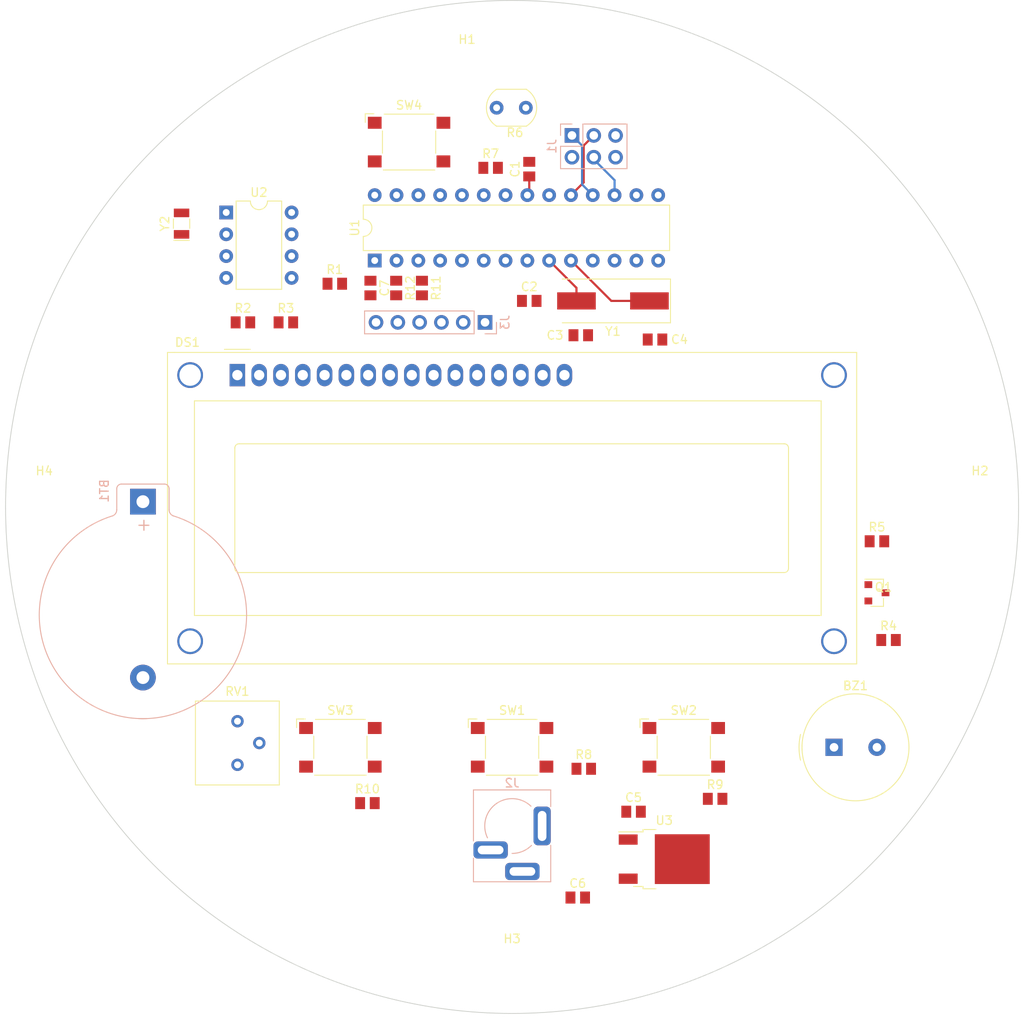
<source format=kicad_pcb>
(kicad_pcb (version 20211014) (generator pcbnew)
  (layers (0 "F.Cu" signal) (31 "B.Cu" signal) (34 "B.Paste" user) (35 "F.Paste" user) (36 "B.SilkS" user "B.Silkscreen") (37 "F.SilkS" user "F.Silkscreen") (38 "B.Mask" user) (39 "F.Mask" user) (44 "Edge.Cuts" user))
  (net 0 "")
  (net 1 "Net-(BT1-Pad1)")
  (net 2 "GND")
  (net 3 "Net-(BZ1-Pad2)")
  (net 4 "VCC")
  (net 5 "Net-(C1-Pad1)")
  (net 6 "Net-(C3-Pad1)")
  (net 7 "Net-(C4-Pad1)")
  (net 8 "Net-(C5-Pad1)")
  (net 9 "RESET")
  (net 10 "Net-(C7-Pad2)")
  (net 11 "PIN 13")
  (net 12 "PIN 12")
  (net 13 "PIN 11")
  (net 14 "PIN 10")
  (net 15 "NOT CONNECTED")
  (net 16 "PIN 6")
  (net 17 "PIN 4")
  (net 18 "Net-(DS1-Pad3)")
  (net 19 "MISO")
  (net 20 "LED_SCK")
  (net 21 "MOSI")
  (net 23 "Net-(J3-Pad5)")
  (net 24 "Net-(J3-Pad4)")
  (net 26 "SDA")
  (net 27 "BUZZER")
  (net 28 "LIGHT_SENSOR")
  (net 29 "BUTTON_DWN")
  (net 30 "BUTTON_SEL")
  (net 31 "BUTTON_UP")
  (net 32 "RXD")
  (net 33 "TXD")
  (net 41 "LCD_DATA_1")
  (net 42 "LCD_DATA_2")
  (net 43 "LCD_DATA_3")
  (net 44 "LCD_DATA_4")
  (net 46 "SCL")
  (net 47 "Net-(U2-Pad1)")
  (net 48 "Net-(U2-Pad2)")
  (net 50 "Net-(R5-Pad2)")
  (footprint "footprints:MountingHole_3.2mm_M3" (layer "F.Cu") (at 95.5 100)
    (fp_text reference "H4" (at 0 -4.2) (layer "F.SilkS"))
    (fp_text value "MountingHole")
    (pad "" np_thru_hole circle locked (at 0 0) (size 3.2 3.2) (drill 3.2) (layers *.Cu *.Mask))
  )
  (footprint "footprints:SW_SPST_Omron_B3FS-100xP" (layer "F.Cu") (at 138 57.5)
    (fp_text reference "SW4" (at 0 -4.3) (layer "F.SilkS"))
    (fp_text value "Omron_B3F_SPST")
    (fp_line (start 3 3.25) (end -3 3.25) (layer "F.SilkS") (width 0.12))
    (fp_line (start 2.9 -3.25) (end -2.9 -3.25) (layer "F.SilkS") (width 0.12))
    (fp_line (start -5.1 -2.3) (end -5.1 -3.3) (layer "F.SilkS") (width 0.12))
    (fp_line (start -5.1 -3.3) (end -4.1 -3.3) (layer "F.SilkS") (width 0.12))
    (fp_line (start 3.1 -1.3) (end 3.1 1.3) (layer "F.SilkS") (width 0.12))
    (fp_line (start -3.1 -1.3) (end -3.1 1.3) (layer "F.SilkS") (width 0.12))
    (pad "1" smd rect locked (at -4 -2.25 180) (size 1.6 1.4) (layers "F.Cu" "F.Paste" "F.Mask") (net 2 "GND"))
    (pad "2" smd rect locked (at 4 -2.25 180) (size 1.6 1.4) (layers "F.Cu" "F.Paste" "F.Mask") (net 2 "GND"))
    (pad "3" smd rect locked (at -4 2.25 180) (size 1.6 1.4) (layers "F.Cu" "F.Paste" "F.Mask") (net 9 "RESET"))
    (pad "4" smd rect locked (at 4 2.25 180) (size 1.6 1.4) (layers "F.Cu" "F.Paste" "F.Mask") (net 9 "RESET"))
  )
  (footprint "footprints:SW_SPST_Omron_B3FS-100xP" (layer "F.Cu") (at 150 128)
    (fp_text reference "SW1" (at 0 -4.3) (layer "F.SilkS"))
    (fp_text value "Omron_B3F_SPST")
    (fp_line (start 3 3.25) (end -3 3.25) (layer "F.SilkS") (width 0.12))
    (fp_line (start -3.1 -1.3) (end -3.1 1.3) (layer "F.SilkS") (width 0.12))
    (fp_line (start 2.9 -3.25) (end -2.9 -3.25) (layer "F.SilkS") (width 0.12))
    (fp_line (start -5.1 -2.3) (end -5.1 -3.3) (layer "F.SilkS") (width 0.12))
    (fp_line (start -5.1 -3.3) (end -4.1 -3.3) (layer "F.SilkS") (width 0.12))
    (fp_line (start 3.1 -1.3) (end 3.1 1.3) (layer "F.SilkS") (width 0.12))
    (pad "1" smd rect locked (at -4 -2.25 180) (size 1.6 1.4) (layers "F.Cu" "F.Paste" "F.Mask") (net 2 "GND"))
    (pad "2" smd rect locked (at 4 -2.25 180) (size 1.6 1.4) (layers "F.Cu" "F.Paste" "F.Mask") (net 2 "GND"))
    (pad "3" smd rect locked (at -4 2.25 180) (size 1.6 1.4) (layers "F.Cu" "F.Paste" "F.Mask") (net 29 "BUTTON_DWN"))
    (pad "4" smd rect locked (at 4 2.25 180) (size 1.6 1.4) (layers "F.Cu" "F.Paste" "F.Mask") (net 29 "BUTTON_DWN"))
  )
  (footprint "footprints:R_0805_2012Metric" (layer "F.Cu") (at 123.65 78.5)
    (fp_text reference "R3" (at 0 -1.65) (layer "F.SilkS"))
    (fp_text value "R_0805_4.7K")
    (pad "1" smd rect locked (at -0.85 0) (size 1.15 1.4) (layers "F.Cu" "F.Paste" "F.Mask") (net 4 "VCC"))
    (pad "2" smd rect locked (at 0.85 0) (size 1.15 1.4) (layers "F.Cu" "F.Paste" "F.Mask") (net 26 "SDA"))
  )
  (footprint "footprints:SOT-23" (layer "F.Cu") (at 192.5 110)
    (fp_text reference "Q1" (at 0.76 -0.65) (layer "F.SilkS"))
    (fp_text value "NPN_2N3904_SOT23")
    (fp_line (start 0.76 1.58) (end -0.7 1.58) (layer "F.SilkS") (width 0.12))
    (fp_line (start 0.76 1.58) (end 0.76 0.65) (layer "F.SilkS") (width 0.12))
    (fp_line (start 0.76 -1.58) (end -1.4 -1.58) (layer "F.SilkS") (width 0.12))
    (fp_line (start 0.76 -1.58) (end 0.76 -0.65) (layer "F.SilkS") (width 0.12))
    (pad "1" smd rect locked (at -1 -0.95) (size 0.9 0.8) (layers "F.Cu" "F.Paste" "F.Mask") (net 50 "Net-(R5-Pad2)"))
    (pad "2" smd rect locked (at -1 0.95) (size 0.9 0.8) (layers "F.Cu" "F.Paste" "F.Mask") (net 2 "GND"))
    (pad "3" smd rect locked (at 1 0) (size 0.9 0.8) (layers "F.Cu" "F.Paste" "F.Mask") (net 3 "Net-(BZ1-Pad2)"))
  )
  (footprint "footprints:DIP-8_W7.62mm" (layer "F.Cu") (at 116.7 65.7)
    (fp_text reference "U2" (at 3.81 -2.33) (layer "F.SilkS"))
    (fp_text value "DS1307_DIP-8")
    (fp_line (start 6.46 -1.33) (end 4.81 -1.33) (layer "F.SilkS") (width 0.12))
    (fp_line (start 1.16 -1.33) (end 1.16 8.95) (layer "F.SilkS") (width 0.12))
    (fp_line (start 2.81 -1.33) (end 1.16 -1.33) (layer "F.SilkS") (width 0.12))
    (fp_line (start 1.16 8.95) (end 6.46 8.95) (layer "F.SilkS") (width 0.12))
    (fp_line (start 6.46 8.95) (end 6.46 -1.33) (layer "F.SilkS") (width 0.12))
    (fp_arc (start 4.81 -1.33) (mid 3.81 -0.33) (end 2.81 -1.33) (layer "F.SilkS") (width 0.12))
    (pad "1" thru_hole rect (at 0 0) (size 1.6 1.6) (drill 0.8) (layers *.Cu *.Mask) (net 47 "Net-(U2-Pad1)"))
    (pad "2" thru_hole oval (at 0 2.54) (size 1.6 1.6) (drill 0.8) (layers *.Cu *.Mask) (net 48 "Net-(U2-Pad2)"))
    (pad "3" thru_hole oval (at 0 5.08) (size 1.6 1.6) (drill 0.8) (layers *.Cu *.Mask) (net 1 "Net-(BT1-Pad1)"))
    (pad "4" thru_hole oval (at 0 7.62) (size 1.6 1.6) (drill 0.8) (layers *.Cu *.Mask) (net 2 "GND"))
    (pad "5" thru_hole oval (at 7.62 7.62) (size 1.6 1.6) (drill 0.8) (layers *.Cu *.Mask) (net 26 "SDA"))
    (pad "6" thru_hole oval (at 7.62 5.08) (size 1.6 1.6) (drill 0.8) (layers *.Cu *.Mask) (net 46 "SCL"))
    (pad "7" thru_hole oval (at 7.62 2.54) (size 1.6 1.6) (drill 0.8) (layers *.Cu *.Mask))
    (pad "8" thru_hole oval (at 7.62 0) (size 1.6 1.6) (drill 0.8) (layers *.Cu *.Mask) (net 4 "VCC"))
  )
  (footprint "footprints:R_0805_2012Metric" (layer "F.Cu") (at 173.65 134)
    (fp_text reference "R9" (at 0 -1.65) (layer "F.SilkS"))
    (fp_text value "R_0805_10K")
    (pad "1" smd rect locked (at -0.85 0) (size 1.15 1.4) (layers "F.Cu" "F.Paste" "F.Mask") (net 4 "VCC"))
    (pad "2" smd rect locked (at 0.85 0) (size 1.15 1.4) (layers "F.Cu" "F.Paste" "F.Mask") (net 30 "BUTTON_SEL"))
  )
  (footprint "footprints:R_0805_2012Metric" (layer "F.Cu") (at 147.5 60.5)
    (fp_text reference "R7" (at 0 -1.65) (layer "F.SilkS"))
    (fp_text value "R_0805_10K")
    (pad "1" smd rect locked (at -0.85 0) (size 1.15 1.4) (layers "F.Cu" "F.Paste" "F.Mask") (net 28 "LIGHT_SENSOR"))
    (pad "2" smd rect locked (at 0.85 0) (size 1.15 1.4) (layers "F.Cu" "F.Paste" "F.Mask") (net 2 "GND"))
  )
  (footprint "footprints:TO-252-2" (layer "F.Cu") (at 167.725 141.025)
    (fp_text reference "U3" (at 0 -4.5) (layer "F.SilkS"))
    (fp_text value "L7805")
    (fp_line (start -2.47 -3.18) (end -5.3 -3.18) (layer "F.SilkS") (width 0.12))
    (fp_line (start -2.47 3.18) (end -3.57 3.18) (layer "F.SilkS") (width 0.12))
    (fp_line (start -0.97 -3.45) (end -2.47 -3.45) (layer "F.SilkS") (width 0.12))
    (fp_line (start -0.97 3.45) (end -2.47 3.45) (layer "F.SilkS") (width 0.12))
    (fp_line (start -2.47 3.45) (end -2.47 3.18) (layer "F.SilkS") (width 0.12))
    (fp_line (start -2.47 -3.45) (end -2.47 -3.18) (layer "F.SilkS") (width 0.12))
    (pad "1" smd rect (at -4.2 -2.28) (size 2.2 1.2) (layers "F.Cu" "F.Paste" "F.Mask") (net 8 "Net-(C5-Pad1)"))
    (pad "2" smd rect (at 2.1 0) (size 6.4 5.8) (layers "F.Cu" "F.Mask") (net 2 "GND"))
    (pad "3" smd rect (at -4.2 2.28) (size 2.2 1.2) (layers "F.Cu" "F.Paste" "F.Mask") (net 4 "VCC"))
  )
  (footprint "footprints:C_0805_2012Metric" (layer "F.Cu") (at 164.15 135.5)
    (fp_text reference "C5" (at 0 -1.65) (layer "F.SilkS"))
    (fp_text value "C_0805_0.1uf")
    (pad "1" smd rect locked (at -0.85 0) (size 1.15 1.4) (layers "F.Cu" "F.Paste" "F.Mask") (net 8 "Net-(C5-Pad1)"))
    (pad "2" smd rect locked (at 0.85 0) (size 1.15 1.4) (layers "F.Cu" "F.Paste" "F.Mask") (net 2 "GND"))
  )
  (footprint "footprints:R_LDR_4.9x4.2mm_P2.54mm_Vertical" (layer "F.Cu") (at 151.6 53.5 180)
    (fp_text reference "R6" (at 1.27 -2.9) (layer "F.SilkS"))
    (fp_text value "PhotoconductivePhotocell")
    (fp_line (start -0.05 2.15) (end 3.4 2.15) (layer "F.SilkS") (width 0.12))
    (fp_line (start -0.05 -2.15) (end 3.4 -2.15) (layer "F.SilkS") (width 0.12))
    (fp_arc (start -0.05 2.15) (mid -1.262424 0.01494) (end -0.075476 -2.134388) (layer "F.SilkS") (width 0.12))
    (fp_arc (start 3.4 -2.15) (mid 4.588646 -0.016616) (end 3.428027 2.132145) (layer "F.SilkS") (width 0.12))
    (pad "1" thru_hole circle locked (at 0 0 180) (size 1.6 1.6) (drill 0.8) (layers *.Cu *.Mask) (net 4 "VCC"))
    (pad "2" thru_hole circle locked (at 3.4 0 180) (size 1.6 1.6) (drill 0.8) (layers *.Cu *.Mask) (net 28 "LIGHT_SENSOR"))
  )
  (footprint "footprints:MountingHole_3.2mm_M3" (layer "F.Cu") (at 204.5 100)
    (fp_text reference "H2" (at 0 -4.2) (layer "F.SilkS"))
    (fp_text value "MountingHole")
    (pad "" np_thru_hole circle locked (at 0 0) (size 3.2 3.2) (drill 3.2) (layers *.Cu *.Mask))
  )
  (footprint "footprints:C_0805_2012Metric" (layer "F.Cu") (at 157.65 145.5)
    (fp_text reference "C6" (at 0 -1.65) (layer "F.SilkS"))
    (fp_text value "C_0805_0.1uf")
    (pad "1" smd rect locked (at -0.85 0) (size 1.15 1.4) (layers "F.Cu" "F.Paste" "F.Mask") (net 4 "VCC"))
    (pad "2" smd rect locked (at 0.85 0) (size 1.15 1.4) (layers "F.Cu" "F.Paste" "F.Mask") (net 2 "GND"))
  )
  (footprint "footprints:Potentiometer_Bourns_3386P_Vertical" (layer "F.Cu") (at 118.015 130.04)
    (fp_text reference "RV1" (at -0.015 -8.555) (layer "F.SilkS"))
    (fp_text value "R_POT_10K")
    (fp_line (start -4.9 2.345) (end 4.87 2.345) (layer "F.SilkS") (width 0.12))
    (fp_line (start -4.9 -7.425) (end -4.9 2.345) (layer "F.SilkS") (width 0.12))
    (fp_line (start 4.87 -7.425) (end 4.87 2.345) (layer "F.SilkS") (width 0.12))
    (fp_line (start -4.9 -7.425) (end 4.87 -7.425) (layer "F.SilkS") (width 0.12))
    (pad "1" thru_hole circle (at 0 0) (size 1.44 1.44) (drill 0.8) (layers *.Cu *.Mask))
    (pad "2" thru_hole circle (at 2.54 -2.54) (size 1.44 1.44) (drill 0.8) (layers *.Cu *.Mask) (net 18 "Net-(DS1-Pad3)"))
    (pad "3" thru_hole circle (at 0 -5.08) (size 1.44 1.44) (drill 0.8) (layers *.Cu *.Mask))
  )
  (footprint "footprints:Buzzer_TDK_PS1240P02BT_D12.2mm_H6.5mm" (layer "F.Cu") (at 187.5 128)
    (fp_text reference "BZ1" (at 2.5 -7.17) (layer "F.SilkS"))
    (fp_text value "Buzzer")
    (fp_arc (start -3.9 1.499999) (mid -4.073431 0) (end -3.9 -1.5) (layer "F.SilkS") (width 0.12))
    (fp_circle (center 2.5 0) (end 8.73 0) (layer "F.SilkS") (width 0.12) (fill none))
    (pad "1" thru_hole rect locked (at 0 0) (size 2 2) (drill 1) (layers *.Cu *.Mask) (net 4 "VCC"))
    (pad "2" thru_hole circle locked (at 5 0) (size 2 2) (drill 1) (layers *.Cu *.Mask) (net 3 "Net-(BZ1-Pad2)"))
  )
  (footprint "footprints:R_0805_2012Metric" (layer "F.Cu") (at 136.5 74.5 -90)
    (fp_text reference "R12" (at 0 -1.65 90) (layer "F.SilkS"))
    (fp_text value "R_0805_47")
    (pad "1" smd rect locked (at -0.85 0 270) (size 1.15 1.4) (layers "F.Cu" "F.Paste" "F.Mask") (net 33 "TXD"))
    (pad "2" smd rect locked (at 0.85 0 270) (size 1.15 1.4) (layers "F.Cu" "F.Paste" "F.Mask") (net 23 "Net-(J3-Pad5)"))
  )
  (footprint "footprints:MountingHole_3.2mm_M3" (layer "F.Cu") (at 150 154.5)
    (fp_text reference "H3" (at 0 -4.2) (layer "F.SilkS"))
    (fp_text value "MountingHole")
    (pad "" np_thru_hole circle locked (at 0 0) (size 3.2 3.2) (drill 3.2) (layers *.Cu *.Mask))
  )
  (footprint "footprints:R_0805_2012Metric" (layer "F.Cu") (at 133.15 134.5)
    (fp_text reference "R10" (at 0 -1.65) (layer "F.SilkS"))
    (fp_text value "R_0805_10K")
    (pad "1" smd rect locked (at -0.85 0) (size 1.15 1.4) (layers "F.Cu" "F.Paste" "F.Mask") (net 4 "VCC"))
    (pad "2" smd rect locked (at 0.85 0) (size 1.15 1.4) (layers "F.Cu" "F.Paste" "F.Mask") (net 31 "BUTTON_UP"))
  )
  (footprint "footprints:C_0805_2012Metric" (layer "F.Cu") (at 152 60.65 90)
    (fp_text reference "C1" (at 0 -1.65 90) (layer "F.SilkS"))
    (fp_text value "C_0805_0.1uf")
    (pad "1" smd rect locked (at -0.85 0 90) (size 1.15 1.4) (layers "F.Cu" "F.Paste" "F.Mask") (net 5 "Net-(C1-Pad1)"))
    (pad "2" smd rect locked (at 0.85 0 90) (size 1.15 1.4) (layers "F.Cu" "F.Paste" "F.Mask") (net 2 "GND"))
  )
  (footprint "footprints:MountingHole_3.2mm_M3" (layer "F.Cu") (at 150 45.5)
    (fp_text reference "H1" (at -5.25 0.05) (layer "F.SilkS"))
    (fp_text value "MountingHole")
    (pad "" np_thru_hole circle locked (at 0 0) (size 3.2 3.2) (drill 3.2) (layers *.Cu *.Mask))
  )
  (footprint "footprints:R_0805_2012Metric" (layer "F.Cu") (at 129.35 74)
    (fp_text reference "R1" (at 0 -1.65) (layer "F.SilkS"))
    (fp_text value "R_0805_10K")
    (pad "1" smd rect locked (at -0.85 0) (size 1.15 1.4) (layers "F.Cu" "F.Paste" "F.Mask") (net 4 "VCC"))
    (pad "2" smd rect locked (at 0.85 0) (size 1.15 1.4) (layers "F.Cu" "F.Paste" "F.Mask") (net 9 "RESET"))
  )
  (footprint "footprints:R_0805_2012Metric" (layer "F.Cu") (at 139.5 74.5 -90)
    (fp_text reference "R11" (at 0 -1.65 90) (layer "F.SilkS"))
    (fp_text value "R_0805_47")
    (pad "1" smd rect locked (at -0.85 0 270) (size 1.15 1.4) (layers "F.Cu" "F.Paste" "F.Mask") (net 32 "RXD"))
    (pad "2" smd rect locked (at 0.85 0 270) (size 1.15 1.4) (layers "F.Cu" "F.Paste" "F.Mask") (net 24 "Net-(J3-Pad4)"))
  )
  (footprint "footprints:TC1602A-01T" (layer "F.Cu") (at 118 84.6425)
    (fp_text reference "DS1" (at -5.82 -3.81) (layer "F.SilkS"))
    (fp_text value "TC1602A-01T")
    (fp_line (start -8.14 -2.64) (end -8.14 33.64) (layer "F.SilkS") (width 0.12))
    (fp_line (start 63.70066 23) (end 0.2 23) (layer "F.SilkS") (width 0.12))
    (fp_line (start -1.5 -3) (end 1.5 -3) (layer "F.SilkS") (width 0.12))
    (fp_line (start -5 28) (end -5 3) (layer "F.SilkS") (width 0.12))
    (fp_line (start 68 28) (end -5 28) (layer "F.SilkS") (width 0.12))
    (fp_line (start 64.2 8.5) (end 64.2 22.5) (layer "F.SilkS") (width 0.12))
    (fp_line (start 0.2 8) (end 63.7 8) (layer "F.SilkS") (width 0.12))
    (fp_line (start -8.14 33.64) (end 72.14 33.64) (layer "F.SilkS") (width 0.12))
    (fp_line (start 72.14 -2.64) (end -7.34 -2.64) (layer "F.SilkS") (width 0.12))
    (fp_line (start 72.14 33.64) (end 72.14 -2.64) (layer "F.SilkS") (width 0.12))
    (fp_line (start 68 3) (end 68 28) (layer "F.SilkS") (width 0.12))
    (fp_line (start -0.29972 22.49932) (end -0.29972 8.5) (layer "F.SilkS") (width 0.12))
    (fp_line (start -8.13 -2.64) (end -7.34 -2.64) (layer "F.SilkS") (width 0.12))
    (fp_line (start -5 3) (end 68 3) (layer "F.SilkS") (width 0.12))
    (fp_arc (start 63.7 8) (mid 64.053553 8.146447) (end 64.2 8.5) (layer "F.SilkS") (width 0.12))
    (fp_arc (start -0.29972 8.49884) (mid -0.153162 8.145018) (end 0.20066 7.99846) (layer "F.SilkS") (width 0.12))
    (fp_arc (start 0.20066 22.9997) (mid -0.153162 22.853142) (end -0.29972 22.49932) (layer "F.SilkS") (width 0.12))
    (fp_arc (start 64.20104 22.49932) (mid 64.054482 22.853142) (end 63.70066 22.9997) (layer "F.SilkS") (width 0.12))
    (pad "" thru_hole circle locked (at 69.5 0) (size 3 3) (drill 2.5) (layers *.Cu *.Mask))
    (pad "" thru_hole circle locked (at 69.49948 31.0007) (size 3 3) (drill 2.5) (layers *.Cu *.Mask))
    (pad "" thru_hole circle locked (at -5.4991 31.0007) (size 3 3) (drill 2.5) (layers *.Cu *.Mask))
    (pad "" thru_hole circle locked (at -5.4991 0) (size 3 3) (drill 2.5) (layers *.Cu *.Mask))
    (pad "1" thru_hole rect locked (at 0 0) (size 1.8 2.6) (drill 1.2) (layers *.Cu *.Mask) (net 2 "GND"))
    (pad "2" thru_hole oval locked (at 2.54 0) (size 1.8 2.6) (drill 1.2) (layers *.Cu *.Mask) (net 4 "VCC"))
    (pad "3" thru_hole oval locked (at 5.08 0) (size 1.8 2.6) (drill 1.2) (layers *.Cu *.Mask) (net 18 "Net-(DS1-Pad3)"))
    (pad "4" thru_hole oval locked (at 7.62 0) (size 1.8 2.6) (drill 1.2) (layers *.Cu *.Mask) (net 17 "PIN 4"))
    (pad "5" thru_hole oval locked (at 10.16 0) (size 1.8 2.6) (drill 1.2) (layers *.Cu *.Mask) (net 2 "GND"))
    (pad "6" thru_hole oval locked (at 12.7 0) (size 1.8 2.6) (drill 1.2) (layers *.Cu *.Mask) (net 16 "PIN 6"))
    (pad "7" thru_hole oval locked (at 15.24 0) (size 1.8 2.6) (drill 1.2) (layers *.Cu *.Mask) (net 15 "NOT CONNECTED"))
    (pad "8" thru_hole oval locked (at 17.78 0) (size 1.8 2.6) (drill 1.2) (layers *.Cu *.Mask) (net 15 "NOT CONNECTED"))
    (pad "9" thru_hole oval locked (at 20.32 0) (size 1.8 2.6) (drill 1.2) (layers *.Cu *.Mask) (net 15 "NOT CONNECTED"))
    (pad "10" thru_hole oval locked (at 22.86 0) (size 1.8 2.6) (drill 1.2) (layers *.Cu *.Mask) (net 15 "NOT CONNECTED"))
    (pad "11" thru_hole oval locked (at 25.4 0) (size 1.8 2.6) (drill 1.2) (layers *.Cu *.Mask) (net 14 "PIN 10"))
    (pad "12" thru_hole oval locked (at 27.94 0) (size 1.8 2.6) (drill 1.2) (layers *.Cu *.Mask) (net 13 "PIN 11"))
    (pad "13" thru_hole oval locked (at 30.48 0) (size 1.8 2.6) (drill 1.2) (layers *.Cu *.Mask) (net 12 "PIN 12"))
    (pad "14" thru_hole oval locked (at 33.02 0) (size 1.8 2.6) (drill 1.2) (layers *.Cu *.Mask) (net 11 "PIN 13"))
    (pad "15" thru_hole oval locked (at 35.56 0) (size 1.8 2.6) (drill 1.2) (layers *.Cu *.Mask) (net 4 "VCC"))
    (pad "16" thru_hole oval locked (at 38.1 0) (size 1.8 2.6) (drill 1.2) (layers *.Cu *.Mask) (net 2 "GND"))
  )
  (footprint "footprints:R_0805_2012Metric" (layer "F.Cu") (at 193.85 115.5)
    (fp_text reference "R4" (at 0 -1.65) (layer "F.SilkS"))
    (fp_text value "R_0805_1K")
    (pad "1" smd rect locked (at -0.85 0) (size 1.15 1.4) (layers "F.Cu" "F.Paste" "F.Mask") (net 3 "Net-(BZ1-Pad2)"))
    (pad "2" smd rect locked (at 0.85 0) (size 1.15 1.4) (layers "F.Cu" "F.Paste" "F.Mask") (net 4 "VCC"))
  )
  (footprint "footprints:R_0805_2012Metric" (layer "F.Cu") (at 192.5 104)
    (fp_text reference "R5" (at 0 -1.65) (layer "F.SilkS"))
    (fp_text value "R_0805_10K")
    (pad "1" smd rect locked (at -0.85 0) (size 1.15 1.4) (layers "F.Cu" "F.Paste" "F.Mask") (net 27 "BUZZER"))
    (pad "2" smd rect locked (at 0.85 0) (size 1.15 1.4) (layers "F.Cu" "F.Paste" "F.Mask") (net 50 "Net-(R5-Pad2)"))
  )
  (footprint "footprints:SW_SPST_Omron_B3FS-100xP" (layer "F.Cu") (at 130 128)
    (fp_text reference "SW3" (at 0 -4.3) (layer "F.SilkS"))
    (fp_text value "Omron_B3F_SPST")
    (fp_line (start -5.1 -2.3) (end -5.1 -3.3) (layer "F.SilkS") (width 0.12))
    (fp_line (start 3.1 -1.3) (end 3.1 1.3) (layer "F.SilkS") (width 0.12))
    (fp_line (start -3.1 -1.3) (end -3.1 1.3) (layer "F.SilkS") (width 0.12))
    (fp_line (start 3 3.25) (end -3 3.25) (layer "F.SilkS") (width 0.12))
    (fp_line (start -5.1 -3.3) (end -4.1 -3.3) (layer "F.SilkS") (width 0.12))
    (fp_line (start 2.9 -3.25) (end -2.9 -3.25) (layer "F.SilkS") (width 0.12))
    (pad "1" smd rect locked (at -4 -2.25 180) (size 1.6 1.4) (layers "F.Cu" "F.Paste" "F.Mask") (net 2 "GND"))
    (pad "2" smd rect locked (at 4 -2.25 180) (size 1.6 1.4) (layers "F.Cu" "F.Paste" "F.Mask") (net 2 "GND"))
    (pad "3" smd rect locked (at -4 2.25 180) (size 1.6 1.4) (layers "F.Cu" "F.Paste" "F.Mask") (net 31 "BUTTON_UP"))
    (pad "4" smd rect locked (at 4 2.25 180) (size 1.6 1.4) (layers "F.Cu" "F.Paste" "F.Mask") (net 31 "BUTTON_UP"))
  )
  (footprint "footprints:C_0805_2012Metric" (layer "F.Cu") (at 166.65 80.5)
    (fp_text reference "C4" (at 2.85 0) (layer "F.SilkS"))
    (fp_text value "C_0805_22pf")
    (pad "1" smd rect locked (at -0.85 0) (size 1.15 1.4) (layers "F.Cu" "F.Paste" "F.Mask") (net 7 "Net-(C4-Pad1)"))
    (pad "2" smd rect locked (at 0.85 0) (size 1.15 1.4) (layers "F.Cu" "F.Paste" "F.Mask") (net 2 "GND"))
  )
  (footprint "footprints:SW_SPST_Omron_B3FS-100xP" (layer "F.Cu") (at 170 128)
    (fp_text reference "SW2" (at 0 -4.3) (layer "F.SilkS"))
    (fp_text value "Omron_B3F_SPST")
    (fp_line (start -5.1 -2.3) (end -5.1 -3.3) (layer "F.SilkS") (width 0.12))
    (fp_line (start 3.1 -1.3) (end 3.1 1.3) (layer "F.SilkS") (width 0.12))
    (fp_line (start 3 3.25) (end -3 3.25) (layer "F.SilkS") (width 0.12))
    (fp_line (start 2.9 -3.25) (end -2.9 -3.25) (layer "F.SilkS") (width 0.12))
    (fp_line (start -5.1 -3.3) (end -4.1 -3.3) (layer "F.SilkS") (width 0.12))
    (fp_line (start -3.1 -1.3) (end -3.1 1.3) (layer "F.SilkS") (width 0.12))
    (pad "1" smd rect locked (at -4 -2.25 180) (size 1.6 1.4) (layers "F.Cu" "F.Paste" "F.Mask") (net 2 "GND"))
    (pad "2" smd rect locked (at 4 -2.25 180) (size 1.6 1.4) (layers "F.Cu" "F.Paste" "F.Mask") (net 2 "GND"))
    (pad "3" smd rect locked (at -4 2.25 180) (size 1.6 1.4) (layers "F.Cu" "F.Paste" "F.Mask") (net 30 "BUTTON_SEL"))
    (pad "4" smd rect locked (at 4 2.25 180) (size 1.6 1.4) (layers "F.Cu" "F.Paste" "F.Mask") (net 30 "BUTTON_SEL"))
  )
  (footprint "footprints:Crystal_SMD_HC49-SD" (layer "F.Cu") (at 161.75 76 180)
    (fp_text reference "Y1" (at 0 -3.55) (layer "F.SilkS"))
    (fp_text value "Crystal_16MHz")
    (fp_line (start 5.9 -2.55) (end -6.7 -2.55) (layer "F.SilkS") (width 0.12))
    (fp_line (start -6.7 2.55) (end 5.9 2.55) (layer "F.SilkS") (width 0.12))
    (fp_line (start -6.7 -2.55) (end -6.7 2.55) (layer "F.SilkS") (width 0.12))
    (pad "1" smd rect locked (at -4.25 0 180) (size 4.5 2) (layers "F.Cu" "F.Paste" "F.Mask") (net 7 "Net-(C4-Pad1)"))
    (pad "2" smd rect locked (at 4.25 0 180) (size 4.5 2) (layers "F.Cu" "F.Paste" "F.Mask") (net 6 "Net-(C3-Pad1)"))
  )
  (footprint "footprints:C_0805_2012Metric" (layer "F.Cu") (at 152 76)
    (fp_text reference "C2" (at 0 -1.65) (layer "F.SilkS"))
    (fp_text value "C_0805_0.1uf")
    (pad "1" smd rect locked (at -0.85 0) (size 1.15 1.4) (layers "F.Cu" "F.Paste" "F.Mask") (net 4 "VCC"))
    (pad "2" smd rect locked (at 0.85 0) (size 1.15 1.4) (layers "F.Cu" "F.Paste" "F.Mask") (net 2 "GND"))
  )
  (footprint "footprints:R_0805_2012Metric" (layer "F.Cu") (at 118.65 78.5)
    (fp_text reference "R2" (at 0 -1.65) (layer "F.SilkS"))
    (fp_text value "R_0805_4.7K")
    (pad "1" smd rect locked (at -0.85 0) (size 1.15 1.4) (layers "F.Cu" "F.Paste" "F.Mask") (net 4 "VCC"))
    (pad "2" smd rect locked (at 0.85 0) (size 1.15 1.4) (layers "F.Cu" "F.Paste" "F.Mask") (net 46 "SCL"))
  )
  (footprint "footprints:Crystal_SMD_2Pin_3.2x1.5mm" (layer "F.Cu") (at 111.5 67 90)
    (fp_text reference "Y2" (at 0 -1.95 90) (layer "F.SilkS"))
    (fp_text value "Crystal_32768Hz")
    (fp_line (start -1.95 -0.9) (end -1.95 0.9) (layer "F.SilkS") (width 0.12))
    (fp_line (start -0.55 -0.95) (end 0.55 -0.95) (layer "F.SilkS") (width 0.12))
    (fp_line (start -0.55 0.95) (end 0.55 0.95) (layer "F.SilkS") (width 0.12))
    (pad "1" smd rect locked (at -1.25 0 90) (size 1 1.8) (layers "F.Cu" "F.Paste" "F.Mask") (net 48 "Net-(U2-Pad2)"))
    (pad "2" smd rect locked (at 1.25 0 90) (size 1 1.8) (layers "F.Cu" "F.Paste" "F.Mask") (net 47 "Net-(U2-Pad1)"))
  )
  (footprint "footprints:C_0805_2012Metric" (layer "F.Cu") (at 158 80)
    (fp_text reference "C3" (at -3 0) (layer "F.SilkS"))
    (fp_text value "C_0805_22pf")
    (pad "1" smd rect locked (at -0.85 0) (size 1.15 1.4) (layers "F.Cu" "F.Paste" "F.Mask") (net 6 "Net-(C3-Pad1)"))
    (pad "2" smd rect locked (at 0.85 0) (size 1.15 1.4) (layers "F.Cu" "F.Paste" "F.Mask") (net 2 "GND"))
  )
  (footprint "footprints:C_0805_2012Metric" (layer "F.Cu") (at 133.5 74.5 -90)
    (fp_text reference "C7" (at 0 -1.65 90) (layer "F.SilkS"))
    (fp_text value "C_0805_0.1uf")
    (pad "1" smd rect locked (at -0.85 0 270) (size 1.15 1.4) (layers "F.Cu" "F.Paste" "F.Mask") (net 9 "RESET"))
    (pad "2" smd rect locked (at 0.85 0 270) (size 1.15 1.4) (layers "F.Cu" "F.Paste" "F.Mask") (net 10 "Net-(C7-Pad2)"))
  )
  (footprint "footprints:R_0805_2012Metric" (layer "F.Cu") (at 158.35 130.5)
    (fp_text reference "R8" (at 0 -1.65) (layer "F.SilkS"))
    (fp_text value "R_0805_10K")
    (pad "1" smd rect locked (at -0.85 0) (size 1.15 1.4) (layers "F.Cu" "F.Paste" "F.Mask") (net 4 "VCC"))
    (pad "2" smd rect locked (at 0.85 0) (size 1.15 1.4) (layers "F.Cu" "F.Paste" "F.Mask") (net 29 "BUTTON_DWN"))
  )
  (footprint "footprints:DIP-28_W7.62mm" (layer "F.Cu") (at 134 71.3 90)
    (fp_text reference "U1" (at 3.81 -2.33 90) (layer "F.SilkS"))
    (fp_text value "ATmega328-PU")
    (fp_line (start 2.81 -1.33) (end 1.16 -1.33) (layer "F.SilkS") (width 0.12))
    (fp_line (start 1.16 -1.33) (end 1.16 34.35) (layer "F.SilkS") (width 0.12))
    (fp_line (start 6.46 -1.33) (end 4.81 -1.33) (layer "F.SilkS") (width 0.12))
    (fp_line (start 1.16 34.35) (end 6.46 34.35) (layer "F.SilkS") (width 0.12))
    (fp_line (start 6.46 34.35) (end 6.46 -1.33) (layer "F.SilkS") (width 0.12))
    (fp_arc (start 4.81 -1.33) (mid 3.81 -0.33) (end 2.81 -1.33) (layer "F.SilkS") (width 0.12))
    (pad "1" thru_hole rect (at 0 0 90) (size 1.6 1.6) (drill 0.8) (layers *.Cu *.Mask) (net 9 "RESET"))
    (pad "2" thru_hole oval (at 0 2.54 90) (size 1.6 1.6) (drill 0.8) (layers *.Cu *.Mask))
    (pad "3" thru_hole oval (at 0 5.08 90) (size 1.6 1.6) (drill 0.8) (layers *.Cu *.Mask))
    (pad "4" thru_hole oval (at 0 7.62 90) (size 1.6 1.6) (drill 0.8) (layers *.Cu *.Mask))
    (pad "5" thru_hole oval (at 0 10.16 90) (size 1.6 1.6) (drill 0.8) (layers *.Cu *.Mask))
    (pad "6" thru_hole oval (at 0 12.7 90) (size 1.6 1.6) (drill 0.8) (layers *.Cu *.Mask))
    (pad "7" thru_hole oval (at 0 15.24 90) (size 1.6 1.6) (drill 0.8) (layers *.Cu *.Mask) (net 4 "VCC"))
    (pad "8" thru_hole oval (at 0 17.78 90) (size 1.6 1.6) (drill 0.8) (layers *.Cu *.Mask) (net 2 "GND"))
    (pad "9" thru_hole oval (at 0 20.32 90) (size 1.6 1.6) (drill 0.8) (layers *.Cu *.Mask) (net 6 "Net-(C3-Pad1)"))
    (pad "10" thru_hole oval (at 0 22.86 90) (size 1.6 1.6) (drill 0.8) (layers *.Cu *.Mask) (net 7 "Net-(C4-Pad1)"))
    (pad "11" thru_hole oval (at 0 25.4 90) (size 1.6 1.6) (drill 0.8) (layers *.Cu *.Mask) (net 41 "LCD_DATA_1"))
    (pad "12" thru_hole oval (at 0 27.94 90) (size 1.6 1.6) (drill 0.8) (layers *.Cu *.Mask) (net 42 "LCD_DATA_2"))
    (pad "13" thru_hole oval (at 0 30.48 90) (size 1.6 1.6) (drill 0.8) (layers *.Cu *.Mask) (net 43 "LCD_DATA_3"))
    (pad "14" thru_hole oval (at 0 33.02 90) (size 1.6 1.6) (drill 0.8) (layers *.Cu *.Mask) (net 44 "LCD_DATA_4"))
    (pad "15" thru_hole oval (at 7.62 33.02 90) (size 1.6 1.6) (drill 0.8) (layers *.Cu *.Mask) (net 27 "BUZZER"))
    (pad "16" thru_hole oval (at 7.62 30.48 90) (size 1.6 1.6) (drill 0.8) (layers *.Cu *.Mask))
    (pad "17" thru_hole oval (at 7.62 27.94 90) (size 1.6 1.6) (drill 0.8) (layers *.Cu *.Mask) (net 21 "MOSI"))
    (pad "18" thru_hole oval (at 7.62 25.4 90) (size 1.6 1.6) (drill 0.8) (layers *.Cu *.Mask) (net 19 "MISO"))
    (pad "19" thru_hole oval (at 7.62 22.86 90) (size 1.6 1.6) (drill 0.8) (layers *.Cu *.Mask) (net 20 "LED_SCK"))
    (pad "20" thru_hole oval (at 7.62 20.32 90) (size 1.6 1.6) (drill 0.8) (layers *.Cu *.Mask) (net 4 "VCC"))
    (pad "21" thru_hole oval (at 7.62 17.78 90) (size 1.6 1.6) (drill 0.8) (layers *.Cu *.Mask) (net 5 "Net-(C1-Pad1)"))
    (pad "22" thru_hole oval (at 7.62 15.24 90) (size 1.6 1.6) (drill 0.8) (layers *.Cu *.Mask) (net 2 "GND"))
    (pad "23" thru_hole oval (at 7.62 12.7 90) (size 1.6 1.6) (drill 0.8) (layers *.Cu *.Mask) (net 28 "LIGHT_SENSOR"))
    (pad "24" thru_hole oval (at 7.62 10.16 90) (size 1.6 1.6) (drill 0.8) (layers *.Cu *.Mask) (net 29 "BUTTON_DWN"))
    (pad "25" thru_hole oval (at 7.62 7.62 90) (size 1.6 1.6) (drill 0.8) (layers *.Cu *.Mask) (net 30 "BUTTON_SEL"))
    (pad "26" thru_hole oval (at 7.62 5.08 90) (size 1.6 1.6) (drill 0.8) (layers *.Cu *.Mask) (net 31 "BUTTON_UP"))
    (pad "27" thru_hole oval (at 7.62 2.54 90) (size 1.6 1.6) (drill 0.8) (layers *.Cu *.Mask) (net 26 "SDA"))
    (pad "28" thru_hole oval (at 7.62 0 90) (size 1.6 1.6) (drill 0.8) (layers *.Cu *.Mask) (net 46 "SCL"))
  )
  (footprint "footprints:Wurth-694106402002" (layer "B.Cu") (at 150 137.16 180)
    (fp_text reference "J2" (at 0 5 unlocked) (layer "B.SilkS") (effects (justify mirror)))
    (fp_text value "Power_inlet_vertical" hide)
    (fp_line (start -4.5 4.2) (end 4.5 4.2) (layer "B.SilkS") (width 0.12))
    (fp_line (start -4.5 4.2) (end -4.5 2.25) (layer "B.SilkS") (width 0.12))
    (fp_line (start 4.5 4.2) (end 4.5 -1.75) (layer "B.SilkS") (width 0.12))
    (fp_line (start -4.5 -6.5) (end -4.5 -2.25) (layer "B.SilkS") (width 0.12))
    (fp_line (start -4.5 -6.5) (end 4.5 -6.5) (layer "B.SilkS") (width 0.12))
    (fp_line (start 4.5 -6.5) (end 4.5 -3.75) (layer "B.SilkS") (width 0.12))
    (fp_arc (start 2.866245 -1.383705) (mid 1.871735 2.57422) (end -2.2 2.3) (layer "B.SilkS") (width 0.12))
    (fp_arc (start -2.262742 -2.262742) (mid -1.224587 -2.956415) (end 0 -3.2) (layer "B.SilkS") (width 0.12))
    (pad "1" thru_hole roundrect (at -3.5 0 90) (size 4.5 2) (drill oval 3.5 1) (layers *.Cu *.Mask) (net 8 "Net-(C5-Pad1)"))
    (pad "2" thru_hole roundrect (at -1.2 -5.3 180) (size 4 2) (drill oval 3 1) (layers *.Cu *.Mask) (net 2 "GND"))
    (pad "3" thru_hole roundrect (at 2.5 -2.8 180) (size 4 2) (drill oval 3 1) (layers *.Cu *.Mask))
  )
  (footprint "footprints:PinHeader_2x03_P2.54mm_Vertical" (layer "B.Cu") (at 156.975 56.725 -90)
    (fp_text reference "J1" (at 1.27 2.33 90) (layer "B.SilkS") (effects (justify mirror)))
    (fp_text value "Conn_02x03_Odd_Even")
    (fp_line (start 1.27 -1.27) (end 1.27 1.33) (layer "B.SilkS") (width 0.12))
    (fp_line (start -1.33 1.33) (end 0 1.33) (layer "B.SilkS") (width 0.12))
    (fp_line (start 3.87 1.33) (end 3.87 -6.41) (layer "B.SilkS") (width 0.12))
    (fp_line (start -1.33 -1.27) (end -1.33 -6.41) (layer "B.SilkS") (width 0.12))
    (fp_line (start -1.33 -1.27) (end 1.27 -1.27) (layer "B.SilkS") (width 0.12))
    (fp_line (start -1.33 0) (end -1.33 1.33) (layer "B.SilkS") (width 0.12))
    (fp_line (start 1.27 1.33) (end 3.87 1.33) (layer "B.SilkS") (width 0.12))
    (fp_line (start -1.33 -6.41) (end 3.87 -6.41) (layer "B.SilkS") (width 0.12))
    (pad "1" thru_hole rect locked (at 0 0 270) (size 1.7 1.7) (drill 1) (layers *.Cu *.Mask) (net 19 "MISO"))
    (pad "2" thru_hole oval locked (at 2.54 0 270) (size 1.7 1.7) (drill 1) (layers *.Cu *.Mask) (net 4 "VCC"))
    (pad "3" thru_hole oval locked (at 0 -2.54 270) (size 1.7 1.7) (drill 1) (layers *.Cu *.Mask) (net 20 "LED_SCK"))
    (pad "4" thru_hole oval locked (at 2.54 -2.54 270) (size 1.7 1.7) (drill 1) (layers *.Cu *.Mask) (net 21 "MOSI"))
    (pad "5" thru_hole oval locked (at 0 -5.08 270) (size 1.7 1.7) (drill 1) (layers *.Cu *.Mask) (net 9 "RESET"))
    (pad "6" thru_hole oval locked (at 2.54 -5.08 270) (size 1.7 1.7) (drill 1) (layers *.Cu *.Mask) (net 2 "GND"))
  )
  (footprint "footprints:PinHeader_1x06_P2.54mm_Vertical" (layer "B.Cu") (at 146.85 78.5 90)
    (fp_text reference "J3" (at 0 2.33 90) (layer "B.SilkS") (effects (justify mirror)))
    (fp_text value "Conn_01x06")
    (fp_line (start -1.33 1.33) (end 0 1.33) (layer "B.SilkS") (width 0.12))
    (fp_line (start -1.33 -1.27) (end 1.33 -1.27) (layer "B.SilkS") (width 0.12))
    (fp_line (start -1.33 -14.03) (end 1.33 -14.03) (layer "B.SilkS") (width 0.12))
    (fp_line (start -1.33 -1.27) (end -1.33 -14.03) (layer "B.SilkS") (width 0.12))
    (fp_line (start 1.33 -1.27) (end 1.33 -14.03) (layer "B.SilkS") (width 0.12))
    (fp_line (start -1.33 0) (end -1.33 1.33) (layer "B.SilkS") (width 0.12))
    (pad "1" thru_hole rect locked (at 0 0 90) (size 1.7 1.7) (drill 1) (layers *.Cu *.Mask) (net 2 "GND"))
    (pad "2" thru_hole oval locked (at 0 -2.54 90) (size 1.7 1.7) (drill 1) (layers *.Cu *.Mask) (net 2 "GND"))
    (pad "3" thru_hole oval locked (at 0 -5.08 90) (size 1.7 1.7) (drill 1) (layers *.Cu *.Mask))
    (pad "4" thru_hole oval locked (at 0 -7.62 90) (size 1.7 1.7) (drill 1) (layers *.Cu *.Mask) (net 24 "Net-(J3-Pad4)"))
    (pad "5" thru_hole oval locked (at 0 -10.16 90) (size 1.7 1.7) (drill 1) (layers *.Cu *.Mask) (net 23 "Net-(J3-Pad5)"))
    (pad "6" thru_hole oval locked (at 0 -12.7 90) (size 1.7 1.7) (drill 1) (layers *.Cu *.Mask) (net 10 "Net-(C7-Pad2)"))
  )
  (footprint "footprints:BatteryHolder_Keystone_106_1x20mm" (layer "B.Cu") (at 107.000017 99.386314 -90)
    (fp_text reference "BT1" (at -1.25 4.5 90) (layer "B.SilkS") (effects (justify mirror)))
    (fp_text value "Battery_Cell")
    (fp_text user "+" (at 2.75 0 90) (layer "B.SilkS") (effects (font (size 1.5 1.5)) (justify mirror)))
    (fp_line (start 0.95 3.05) (end -1.5 3.05) (layer "B.SilkS") (width 0.12))
    (fp_line (start -2.05 2.5) (end -2.05 -2.5) (layer "B.SilkS") (width 0.12))
    (fp_line (start -1.5 -3.05) (end 0.95 -3.05) (layer "B.SilkS") (width 0.12))
    (fp_arc (start 1.65 -3.52) (mid 15.23426 -11.901878) (end 25.263443 0.515991) (layer "B.SilkS") (width 0.12))
    (fp_arc (start -2.05 -2.5) (mid -1.888909 -2.888909) (end -1.5 -3.05) (layer "B.SilkS") (width 0.12))
    (fp_arc (start 0.95 3.05) (mid 1.380182 3.185636) (end 1.654769 3.543485) (layer "B.SilkS") (width 0.12))
    (fp_arc (start -1.5 3.05) (mid -1.888909 2.888909) (end -2.05 2.5) (layer "B.SilkS") (width 0.12))
    (fp_arc (start 1.654769 -3.543485) (mid 1.380182 -3.185636) (end 0.95 -3.05) (layer "B.SilkS") (width 0.12))
    (fp_arc (start 25.263443 -0.515991) (mid 15.23426 11.901878) (end 1.65 3.52) (layer "B.SilkS") (width 0.12))
    (pad "1" thru_hole rect (at 0 0 270) (size 3 3) (drill 1.5) (layers *.Cu *.Mask) (net 1 "Net-(BT1-Pad1)"))
    (pad "2" thru_hole circle (at 20.49 0 270) (size 3 3) (drill 1.5) (layers *.Cu *.Mask) (net 2 "GND"))
  )
  (gr_circle locked (center 150 100) (end 209 100) (layer "Edge.Cuts") (width 0.1) (fill none))
  (segment (start 152 61.5) (end 152 63.46) (width 0.25) (layer "F.Cu") (net 5))
  (segment (start 152 63.46) (end 151.78 63.68) (width 0.25) (layer "F.Cu") (net 5))
  (segment (start 157.5 76) (end 157.5 74.48) (width 0.25) (layer "F.Cu") (net 6))
  (segment (start 157.5 74.48) (end 154.32 71.3) (width 0.25) (layer "F.Cu") (net 6))
  (segment (start 157 76.5) (end 157.5 76) (width 0.25) (layer "F.Cu") (net 6))
  (segment (start 166 76) (end 161.56 76) (width 0.25) (layer "F.Cu") (net 7))
  (segment (start 161.56 76) (end 156.86 71.3) (width 0.25) (layer "F.Cu") (net 7))
  (segment (start 156.975 56.725) (end 158.149511 57.899511) (width 0.25) (layer "B.Cu") (net 19))
  (segment (start 158.149511 57.899511) (end 158.149511 62.429511) (width 0.25) (layer "B.Cu") (net 19))
  (segment (start 158.149511 62.429511) (end 159.4 63.68) (width 0.25) (layer "B.Cu") (net 19))
  (segment (start 158.340489 57.899511) (end 158.340489 62.199511) (width 0.25) (layer "F.Cu") (net 20))
  (segment (start 159.515 56.725) (end 158.340489 57.899511) (width 0.25) (layer "F.Cu") (net 20))
  (segment (start 158.340489 62.199511) (end 156.86 63.68) (width 0.25) (layer "F.Cu") (net 20))
  (segment (start 159.5 59.5) (end 161.94 61.94) (width 0.25) (layer "B.Cu") (net 21))
  (segment (start 161.94 61.94) (end 161.94 63.68) (width 0.25) (layer "B.Cu") (net 21))
  (segment (start 159.515 59.265) (end 159.515 59.485) (width 0.25) (layer "B.Cu") (net 21))
  (segment (start 159.515 59.485) (end 159.5 59.5) (width 0.25) (layer "B.Cu") (net 21))
)
</source>
